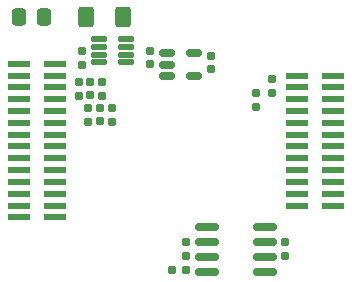
<source format=gbr>
%TF.GenerationSoftware,KiCad,Pcbnew,8.0.0*%
%TF.CreationDate,2024-09-22T13:18:53-04:00*%
%TF.ProjectId,MiniCarrierBoard,4d696e69-4361-4727-9269-6572426f6172,rev?*%
%TF.SameCoordinates,Original*%
%TF.FileFunction,Paste,Top*%
%TF.FilePolarity,Positive*%
%FSLAX46Y46*%
G04 Gerber Fmt 4.6, Leading zero omitted, Abs format (unit mm)*
G04 Created by KiCad (PCBNEW 8.0.0) date 2024-09-22 13:18:53*
%MOMM*%
%LPD*%
G01*
G04 APERTURE LIST*
G04 Aperture macros list*
%AMRoundRect*
0 Rectangle with rounded corners*
0 $1 Rounding radius*
0 $2 $3 $4 $5 $6 $7 $8 $9 X,Y pos of 4 corners*
0 Add a 4 corners polygon primitive as box body*
4,1,4,$2,$3,$4,$5,$6,$7,$8,$9,$2,$3,0*
0 Add four circle primitives for the rounded corners*
1,1,$1+$1,$2,$3*
1,1,$1+$1,$4,$5*
1,1,$1+$1,$6,$7*
1,1,$1+$1,$8,$9*
0 Add four rect primitives between the rounded corners*
20,1,$1+$1,$2,$3,$4,$5,0*
20,1,$1+$1,$4,$5,$6,$7,0*
20,1,$1+$1,$6,$7,$8,$9,0*
20,1,$1+$1,$8,$9,$2,$3,0*%
G04 Aperture macros list end*
%ADD10RoundRect,0.160000X-0.160000X0.197500X-0.160000X-0.197500X0.160000X-0.197500X0.160000X0.197500X0*%
%ADD11RoundRect,0.155000X-0.155000X0.212500X-0.155000X-0.212500X0.155000X-0.212500X0.155000X0.212500X0*%
%ADD12RoundRect,0.125000X-0.537500X-0.125000X0.537500X-0.125000X0.537500X0.125000X-0.537500X0.125000X0*%
%ADD13R,1.850000X0.500000*%
%ADD14RoundRect,0.160000X0.160000X-0.197500X0.160000X0.197500X-0.160000X0.197500X-0.160000X-0.197500X0*%
%ADD15RoundRect,0.155000X0.155000X-0.212500X0.155000X0.212500X-0.155000X0.212500X-0.155000X-0.212500X0*%
%ADD16RoundRect,0.250000X0.337500X0.475000X-0.337500X0.475000X-0.337500X-0.475000X0.337500X-0.475000X0*%
%ADD17RoundRect,0.250000X0.400000X0.625000X-0.400000X0.625000X-0.400000X-0.625000X0.400000X-0.625000X0*%
%ADD18RoundRect,0.150000X-0.512500X-0.150000X0.512500X-0.150000X0.512500X0.150000X-0.512500X0.150000X0*%
%ADD19RoundRect,0.150000X0.825000X0.150000X-0.825000X0.150000X-0.825000X-0.150000X0.825000X-0.150000X0*%
%ADD20RoundRect,0.160000X0.197500X0.160000X-0.197500X0.160000X-0.197500X-0.160000X0.197500X-0.160000X0*%
G04 APERTURE END LIST*
D10*
%TO.C,R7*%
X94000000Y-95602500D03*
X94000000Y-96797500D03*
%TD*%
D11*
%TO.C,C2*%
X105200000Y-93432500D03*
X105200000Y-94567500D03*
%TD*%
D12*
%TO.C,U3*%
X95725000Y-92025000D03*
X95725000Y-92675000D03*
X95725000Y-93325000D03*
X95725000Y-93975000D03*
X98000000Y-93975000D03*
X98000000Y-93325000D03*
X98000000Y-92675000D03*
X98000000Y-92025000D03*
%TD*%
D13*
%TO.C,J1*%
X115525000Y-95100000D03*
X112475000Y-95100000D03*
X115525000Y-96100000D03*
X112475000Y-96100000D03*
X115525000Y-97100000D03*
X112475000Y-97100000D03*
X115525000Y-98100000D03*
X112475000Y-98100000D03*
X115525000Y-99100000D03*
X112475000Y-99100000D03*
X115525000Y-100100000D03*
X112475000Y-100100000D03*
X115525000Y-101100000D03*
X112475000Y-101100000D03*
X115525000Y-102100000D03*
X112475000Y-102100000D03*
X115525000Y-103100000D03*
X112475000Y-103100000D03*
X115525000Y-104100000D03*
X112475000Y-104100000D03*
X115525000Y-105100000D03*
X112475000Y-105100000D03*
X115525000Y-106100000D03*
X112475000Y-106100000D03*
%TD*%
D14*
%TO.C,R4*%
X110400000Y-96597500D03*
X110400000Y-95402500D03*
%TD*%
D15*
%TO.C,C10*%
X95800000Y-98967500D03*
X95800000Y-97832500D03*
%TD*%
D16*
%TO.C,C5*%
X91037500Y-90100000D03*
X88962500Y-90100000D03*
%TD*%
D11*
%TO.C,C1*%
X100000000Y-93007500D03*
X100000000Y-94142500D03*
%TD*%
D17*
%TO.C,R11*%
X97750000Y-90100000D03*
X94650000Y-90100000D03*
%TD*%
D14*
%TO.C,R9*%
X96000000Y-96797500D03*
X96000000Y-95602500D03*
%TD*%
%TO.C,R5*%
X103100000Y-110397500D03*
X103100000Y-109202500D03*
%TD*%
%TO.C,R10*%
X96800000Y-98997500D03*
X96800000Y-97802500D03*
%TD*%
D11*
%TO.C,C6*%
X111502500Y-109222500D03*
X111502500Y-110357500D03*
%TD*%
D15*
%TO.C,C9*%
X95000000Y-96767500D03*
X95000000Y-95632500D03*
%TD*%
%TO.C,C3*%
X94262500Y-94167500D03*
X94262500Y-93032500D03*
%TD*%
D10*
%TO.C,R8*%
X94800000Y-97802500D03*
X94800000Y-98997500D03*
%TD*%
D18*
%TO.C,U2*%
X101462500Y-93225000D03*
X101462500Y-94175000D03*
X101462500Y-95125000D03*
X103737500Y-95125000D03*
X103737500Y-93225000D03*
%TD*%
D19*
%TO.C,U1*%
X109775000Y-111705000D03*
X109775000Y-110435000D03*
X109775000Y-109165000D03*
X109775000Y-107895000D03*
X104825000Y-107895000D03*
X104825000Y-109165000D03*
X104825000Y-110435000D03*
X104825000Y-111705000D03*
%TD*%
D20*
%TO.C,R6*%
X103097500Y-111600000D03*
X101902500Y-111600000D03*
%TD*%
D13*
%TO.C,J2*%
X92025000Y-94100000D03*
X88975000Y-94100000D03*
X92025000Y-95100000D03*
X88975000Y-95100000D03*
X92025000Y-96100000D03*
X88975000Y-96100000D03*
X92025000Y-97100000D03*
X88975000Y-97100000D03*
X92025000Y-98100000D03*
X88975000Y-98100000D03*
X92025000Y-99100000D03*
X88975000Y-99100000D03*
X92025000Y-100100000D03*
X88975000Y-100100000D03*
X92025000Y-101100000D03*
X88975000Y-101100000D03*
X92025000Y-102100000D03*
X88975000Y-102100000D03*
X92025000Y-103100000D03*
X88975000Y-103100000D03*
X92025000Y-104100000D03*
X88975000Y-104100000D03*
X92025000Y-105100000D03*
X88975000Y-105100000D03*
X92025000Y-106100000D03*
X88975000Y-106100000D03*
X92025000Y-107100000D03*
X88975000Y-107100000D03*
%TD*%
D10*
%TO.C,R3*%
X109000000Y-96602500D03*
X109000000Y-97797500D03*
%TD*%
M02*

</source>
